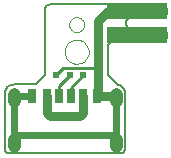
<source format=gtl>
G75*
G70*
%OFA0B0*%
%FSLAX24Y24*%
%IPPOS*%
%LPD*%
%AMOC8*
5,1,8,0,0,1.08239X$1,22.5*
%
%ADD10C,0.0050*%
%ADD11C,0.0000*%
%ADD12R,0.0220X0.0197*%
%ADD13R,0.0315X0.0472*%
%ADD14R,0.0250X0.0472*%
%ADD15C,0.0004*%
%ADD16C,0.0433*%
%ADD17R,0.2000X0.0520*%
%ADD18C,0.0260*%
%ADD19C,0.0100*%
%ADD20C,0.0240*%
%ADD21C,0.0300*%
D10*
X007438Y001887D02*
X007438Y003737D01*
X007440Y003771D01*
X007446Y003804D01*
X007455Y003836D01*
X007468Y003867D01*
X007484Y003897D01*
X007503Y003924D01*
X007526Y003949D01*
X007551Y003972D01*
X007578Y003991D01*
X007608Y004007D01*
X007639Y004020D01*
X007671Y004029D01*
X007704Y004035D01*
X007738Y004037D01*
X008481Y004037D01*
X008781Y004337D01*
X008781Y006554D01*
X008783Y006577D01*
X008788Y006600D01*
X008797Y006622D01*
X008810Y006642D01*
X008825Y006660D01*
X008843Y006675D01*
X008863Y006688D01*
X008885Y006697D01*
X008908Y006702D01*
X008931Y006704D01*
X012681Y006704D01*
X012704Y006702D01*
X012727Y006697D01*
X012749Y006688D01*
X012769Y006675D01*
X012787Y006660D01*
X012802Y006642D01*
X012815Y006622D01*
X012824Y006600D01*
X012829Y006577D01*
X012831Y006554D01*
X012831Y006404D01*
X012829Y006381D01*
X012824Y006358D01*
X012815Y006336D01*
X012802Y006316D01*
X012787Y006298D01*
X012769Y006283D01*
X012749Y006270D01*
X012727Y006261D01*
X012704Y006256D01*
X012681Y006254D01*
X011631Y006254D01*
X011831Y006479D02*
X012381Y006479D01*
X012631Y006479D01*
X012681Y005904D02*
X011631Y005904D01*
X011608Y005906D01*
X011585Y005911D01*
X011563Y005920D01*
X011543Y005933D01*
X011525Y005948D01*
X011510Y005966D01*
X011497Y005986D01*
X011488Y006008D01*
X011483Y006031D01*
X011481Y006054D01*
X011481Y006104D01*
X011483Y006127D01*
X011488Y006150D01*
X011497Y006172D01*
X011510Y006192D01*
X011525Y006210D01*
X011543Y006225D01*
X011563Y006238D01*
X011585Y006247D01*
X011608Y006252D01*
X011631Y006254D01*
X011831Y005679D02*
X012631Y005679D01*
X012381Y005679D01*
X012681Y005454D02*
X012704Y005456D01*
X012727Y005461D01*
X012749Y005470D01*
X012769Y005483D01*
X012787Y005498D01*
X012802Y005516D01*
X012815Y005536D01*
X012824Y005558D01*
X012829Y005581D01*
X012831Y005604D01*
X012831Y005754D01*
X012829Y005777D01*
X012824Y005800D01*
X012815Y005822D01*
X012802Y005842D01*
X012787Y005860D01*
X012769Y005875D01*
X012749Y005888D01*
X012727Y005897D01*
X012704Y005902D01*
X012681Y005904D01*
X012681Y005454D02*
X011031Y005454D01*
X011008Y005452D01*
X010985Y005447D01*
X010963Y005438D01*
X010943Y005425D01*
X010925Y005410D01*
X010910Y005392D01*
X010897Y005372D01*
X010888Y005350D01*
X010883Y005327D01*
X010881Y005304D01*
X010881Y004337D01*
X011181Y004037D01*
X011182Y004037D02*
X011213Y004033D01*
X011243Y004025D01*
X011272Y004014D01*
X011300Y004000D01*
X011326Y003983D01*
X011351Y003963D01*
X011372Y003940D01*
X011391Y003915D01*
X011407Y003888D01*
X011420Y003860D01*
X011430Y003830D01*
X011436Y003800D01*
X011439Y003768D01*
X011438Y003737D01*
X011438Y001887D01*
X011436Y001864D01*
X011431Y001841D01*
X011422Y001819D01*
X011409Y001799D01*
X011394Y001781D01*
X011376Y001766D01*
X011356Y001753D01*
X011334Y001744D01*
X011311Y001739D01*
X011288Y001737D01*
X007588Y001737D01*
X007565Y001739D01*
X007542Y001744D01*
X007520Y001753D01*
X007500Y001766D01*
X007482Y001781D01*
X007467Y001799D01*
X007454Y001819D01*
X007445Y001841D01*
X007440Y001864D01*
X007438Y001887D01*
X010505Y004337D02*
X010505Y004466D01*
X010531Y004493D01*
D11*
X009431Y005127D02*
X009433Y005167D01*
X009439Y005206D01*
X009449Y005245D01*
X009462Y005282D01*
X009480Y005318D01*
X009501Y005352D01*
X009525Y005384D01*
X009552Y005413D01*
X009582Y005440D01*
X009614Y005463D01*
X009649Y005483D01*
X009685Y005499D01*
X009723Y005512D01*
X009762Y005521D01*
X009801Y005526D01*
X009841Y005527D01*
X009881Y005524D01*
X009920Y005517D01*
X009958Y005506D01*
X009996Y005492D01*
X010031Y005473D01*
X010064Y005452D01*
X010096Y005427D01*
X010124Y005399D01*
X010150Y005369D01*
X010172Y005336D01*
X010191Y005301D01*
X010207Y005264D01*
X010219Y005226D01*
X010227Y005187D01*
X010231Y005147D01*
X010231Y005107D01*
X010227Y005067D01*
X010219Y005028D01*
X010207Y004990D01*
X010191Y004953D01*
X010172Y004918D01*
X010150Y004885D01*
X010124Y004855D01*
X010096Y004827D01*
X010064Y004802D01*
X010031Y004781D01*
X009996Y004762D01*
X009958Y004748D01*
X009920Y004737D01*
X009881Y004730D01*
X009841Y004727D01*
X009801Y004728D01*
X009762Y004733D01*
X009723Y004742D01*
X009685Y004755D01*
X009649Y004771D01*
X009614Y004791D01*
X009582Y004814D01*
X009552Y004841D01*
X009525Y004870D01*
X009501Y004902D01*
X009480Y004936D01*
X009462Y004972D01*
X009449Y005009D01*
X009439Y005048D01*
X009433Y005087D01*
X009431Y005127D01*
X009581Y006031D02*
X009583Y006062D01*
X009589Y006093D01*
X009599Y006123D01*
X009612Y006151D01*
X009629Y006178D01*
X009649Y006202D01*
X009672Y006224D01*
X009697Y006242D01*
X009725Y006257D01*
X009754Y006269D01*
X009784Y006277D01*
X009815Y006281D01*
X009847Y006281D01*
X009878Y006277D01*
X009908Y006269D01*
X009937Y006257D01*
X009965Y006242D01*
X009990Y006224D01*
X010013Y006202D01*
X010033Y006178D01*
X010050Y006151D01*
X010063Y006123D01*
X010073Y006093D01*
X010079Y006062D01*
X010081Y006031D01*
X010079Y006000D01*
X010073Y005969D01*
X010063Y005939D01*
X010050Y005911D01*
X010033Y005884D01*
X010013Y005860D01*
X009990Y005838D01*
X009965Y005820D01*
X009937Y005805D01*
X009908Y005793D01*
X009878Y005785D01*
X009847Y005781D01*
X009815Y005781D01*
X009784Y005785D01*
X009754Y005793D01*
X009725Y005805D01*
X009697Y005820D01*
X009672Y005838D01*
X009649Y005860D01*
X009629Y005884D01*
X009612Y005911D01*
X009599Y005939D01*
X009589Y005969D01*
X009583Y006000D01*
X009581Y006031D01*
D12*
X009605Y004337D03*
X009158Y004337D03*
X010058Y004337D03*
X010505Y004337D03*
D13*
X010520Y003662D03*
X010036Y003662D03*
X008839Y003662D03*
X008355Y003662D03*
D14*
X009241Y003662D03*
X009635Y003662D03*
D15*
X011030Y003733D02*
X011030Y003489D01*
X011031Y003489D02*
X011033Y003469D01*
X011038Y003450D01*
X011047Y003432D01*
X011059Y003416D01*
X011074Y003403D01*
X011091Y003392D01*
X011109Y003385D01*
X011129Y003381D01*
X011149Y003381D01*
X011169Y003385D01*
X011187Y003392D01*
X011204Y003403D01*
X011219Y003416D01*
X011231Y003432D01*
X011240Y003450D01*
X011245Y003469D01*
X011247Y003489D01*
X011247Y003733D01*
X011245Y003753D01*
X011240Y003772D01*
X011231Y003790D01*
X011219Y003806D01*
X011204Y003819D01*
X011187Y003830D01*
X011169Y003837D01*
X011149Y003841D01*
X011129Y003841D01*
X011109Y003837D01*
X011091Y003830D01*
X011074Y003819D01*
X011059Y003806D01*
X011047Y003790D01*
X011038Y003772D01*
X011033Y003753D01*
X011031Y003733D01*
X011030Y002237D02*
X011030Y001993D01*
X011031Y001993D02*
X011033Y001973D01*
X011038Y001954D01*
X011047Y001936D01*
X011059Y001920D01*
X011074Y001907D01*
X011091Y001896D01*
X011109Y001889D01*
X011129Y001885D01*
X011149Y001885D01*
X011169Y001889D01*
X011187Y001896D01*
X011204Y001907D01*
X011219Y001920D01*
X011231Y001936D01*
X011240Y001954D01*
X011245Y001973D01*
X011247Y001993D01*
X011247Y002237D01*
X011245Y002257D01*
X011240Y002276D01*
X011231Y002294D01*
X011219Y002310D01*
X011204Y002323D01*
X011187Y002334D01*
X011169Y002341D01*
X011149Y002345D01*
X011129Y002345D01*
X011109Y002341D01*
X011091Y002334D01*
X011074Y002323D01*
X011059Y002310D01*
X011047Y002294D01*
X011038Y002276D01*
X011033Y002257D01*
X011031Y002237D01*
X007845Y002237D02*
X007845Y001993D01*
X007843Y001973D01*
X007838Y001954D01*
X007829Y001936D01*
X007817Y001920D01*
X007802Y001907D01*
X007785Y001896D01*
X007767Y001889D01*
X007747Y001885D01*
X007727Y001885D01*
X007707Y001889D01*
X007689Y001896D01*
X007672Y001907D01*
X007657Y001920D01*
X007645Y001936D01*
X007636Y001954D01*
X007631Y001973D01*
X007629Y001993D01*
X007629Y002237D01*
X007631Y002257D01*
X007636Y002276D01*
X007645Y002294D01*
X007657Y002310D01*
X007672Y002323D01*
X007689Y002334D01*
X007707Y002341D01*
X007727Y002345D01*
X007747Y002345D01*
X007767Y002341D01*
X007785Y002334D01*
X007802Y002323D01*
X007817Y002310D01*
X007829Y002294D01*
X007838Y002276D01*
X007843Y002257D01*
X007845Y002237D01*
X007845Y003489D02*
X007845Y003733D01*
X007843Y003753D01*
X007838Y003772D01*
X007829Y003790D01*
X007817Y003806D01*
X007802Y003819D01*
X007785Y003830D01*
X007767Y003837D01*
X007747Y003841D01*
X007727Y003841D01*
X007707Y003837D01*
X007689Y003830D01*
X007672Y003819D01*
X007657Y003806D01*
X007645Y003790D01*
X007636Y003772D01*
X007631Y003753D01*
X007629Y003733D01*
X007629Y003489D01*
X007631Y003469D01*
X007636Y003450D01*
X007645Y003432D01*
X007657Y003416D01*
X007672Y003403D01*
X007689Y003392D01*
X007707Y003385D01*
X007727Y003381D01*
X007747Y003381D01*
X007767Y003385D01*
X007785Y003392D01*
X007802Y003403D01*
X007817Y003416D01*
X007829Y003432D01*
X007838Y003450D01*
X007843Y003469D01*
X007845Y003489D01*
D16*
X007737Y003727D02*
X007737Y003727D01*
X007737Y003491D01*
X007737Y003491D01*
X007737Y003727D01*
X007737Y002231D02*
X007737Y002231D01*
X007737Y001995D01*
X007737Y001995D01*
X007737Y002231D01*
X011139Y002231D02*
X011139Y002231D01*
X011139Y001995D01*
X011139Y001995D01*
X011139Y002231D01*
X011139Y003727D02*
X011139Y003727D01*
X011139Y003491D01*
X011139Y003491D01*
X011139Y003727D01*
D17*
X011831Y005679D03*
X011831Y006479D03*
D18*
X011881Y006479D03*
X012131Y006479D03*
X012381Y006479D03*
X012631Y006479D03*
X012631Y005679D03*
X012381Y005679D03*
X012131Y005679D03*
X011881Y005679D03*
X009938Y002987D03*
X009688Y002987D03*
X009438Y002987D03*
X009188Y002987D03*
X008938Y002987D03*
D19*
X009261Y003562D02*
X009241Y003662D01*
X009241Y003973D01*
X009605Y004337D01*
X009381Y004587D02*
X010531Y004587D01*
X010531Y004337D02*
X010505Y004337D01*
X010058Y004337D02*
X009635Y003914D01*
X009635Y003662D01*
X009614Y003562D01*
X009158Y004337D02*
X009158Y004364D01*
X009381Y004587D01*
D20*
X008355Y003662D02*
X007790Y003662D01*
X007737Y003609D01*
X007737Y002337D01*
X011089Y002337D01*
X011139Y002387D01*
X011139Y002113D01*
X011139Y002387D02*
X011139Y003609D01*
X011086Y003662D01*
X007737Y002337D02*
X007737Y002113D01*
D21*
X008839Y003086D02*
X008938Y002987D01*
X009938Y002987D01*
X010036Y003086D01*
X010036Y003662D01*
X010520Y003662D02*
X010531Y003673D01*
X010531Y004493D01*
X010531Y004587D01*
X010531Y006142D01*
X010868Y006479D01*
X011831Y006479D01*
X011086Y003662D02*
X010520Y003662D01*
X008839Y003662D02*
X008839Y003086D01*
M02*

</source>
